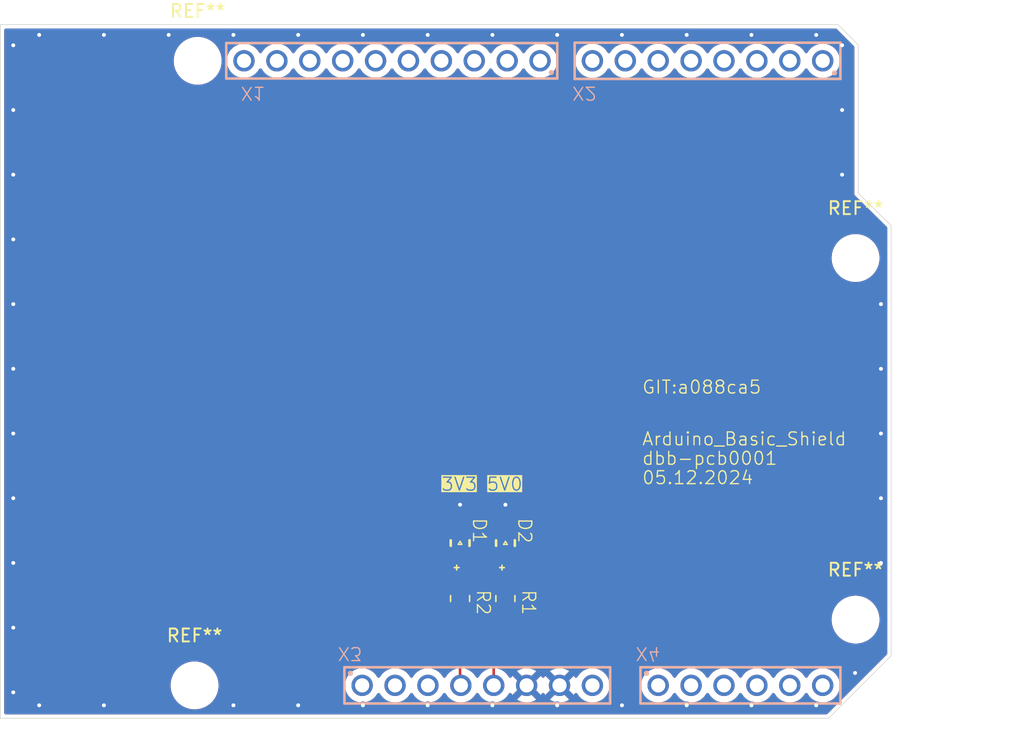
<source format=kicad_pcb>
(kicad_pcb (version 20240108) (generator "pcbnew") (generator_version "8.0")
  (layers (0 "F.Cu" signal) (31 "B.Cu" signal) (34 "B.Paste" user) (35 "F.Paste" user) (36 "B.SilkS" user "B.Silkscreen") (37 "F.SilkS" user "F.Silkscreen") (38 "B.Mask" user) (39 "F.Mask" user) (44 "Edge.Cuts" user))
  (net 0 "")
  (net 1 "GND")
  (net 2 "Net-(D1-PadA)")
  (net 3 "Net-(D2-PadA)")
  (net 4 "+5V")
  (net 5 "+3.3V")
  (footprint "Footprints:RES_0805" (layer "F.Cu") (at 139 120.75 -90)
    (property "Reference" "R1" (at 0.3 -1.8 -90) (layer "F.SilkS") (effects (font (thickness 0.1))))
    (property "Value" "~")
    (fp_line (start -0.227064 0.735) (end 0.227064 0.735) (stroke (width 0.12)) (layer "F.SilkS"))
    (fp_line (start -0.227064 -0.735) (end 0.227064 -0.735) (stroke (width 0.12)) (layer "F.SilkS"))
    (pad "1" smd roundrect (at -0.9125 0 270) (size 1.025 1.4) (layers "F.Cu" "F.Paste" "F.Mask") (roundrect_rratio 0.243902) (net 3 "Net-(D2-PadA)"))
    (pad "2" smd roundrect (at 0.9125 0 270) (size 1.025 1.4) (layers "F.Cu" "F.Paste" "F.Mask") (roundrect_rratio 0.243902) (net 4 "+5V"))
  )
  (footprint "Footprints:LED_0805" (layer "F.Cu") (at 135.5 116.5 -90)
    (property "Reference" "D1" (at -1 -1.5 -90) (layer "F.SilkS") (effects (font (thickness 0.1))))
    (property "Value" "~")
    (fp_line (start -0.246 0.72) (end 0.172 0.72) (stroke (width 0.2)) (layer "F.SilkS"))
    (fp_line (start 0.07 0.145) (end -0.17 -0.005) (stroke (width 0.1)) (layer "F.SilkS"))
    (fp_line (start -0.17 -0.005) (end 0.07 -0.145) (stroke (width 0.1)) (layer "F.SilkS"))
    (fp_line (start 0.07 -0.145) (end 0.07 0.145) (stroke (width 0.1)) (layer "F.SilkS"))
    (fp_line (start -0.253 -0.73) (end 0.179 -0.73) (stroke (width 0.2)) (layer "F.SilkS"))
    (fp_text user "+" (at 1.86 0.295 90) (layer "F.SilkS") (effects (font (size 0.48 0.48))))
    (pad "A" smd roundrect (at 1.01 -0.005 270) (size 1.1 1.2) (layers "F.Cu" "F.Paste" "F.Mask") (roundrect_rratio 0.2272727273) (net 2 "Net-(D1-PadA)"))
    (pad "K" smd roundrect (at -1.09 -0.005 270) (size 1.1 1.2) (layers "F.Cu" "F.Paste" "F.Mask") (roundrect_rratio 0.2272727273) (net 1 "GND"))
  )
  (footprint "Footprints:LED_0805" (layer "F.Cu") (at 139 116.5 -90)
    (property "Reference" "D2" (at -1 -1.5 -90) (layer "F.SilkS") (effects (font (thickness 0.1))))
    (property "Value" "~")
    (fp_line (start -0.246 0.72) (end 0.172 0.72) (stroke (width 0.2)) (layer "F.SilkS"))
    (fp_line (start 0.07 0.145) (end -0.17 -0.005) (stroke (width 0.1)) (layer "F.SilkS"))
    (fp_line (start -0.17 -0.005) (end 0.07 -0.145) (stroke (width 0.1)) (layer "F.SilkS"))
    (fp_line (start 0.07 -0.145) (end 0.07 0.145) (stroke (width 0.1)) (layer "F.SilkS"))
    (fp_line (start -0.253 -0.73) (end 0.179 -0.73) (stroke (width 0.2)) (layer "F.SilkS"))
    (fp_text user "+" (at 1.86 0.295 90) (layer "F.SilkS") (effects (font (size 0.48 0.48))))
    (pad "A" smd roundrect (at 1.01 -0.005 270) (size 1.1 1.2) (layers "F.Cu" "F.Paste" "F.Mask") (roundrect_rratio 0.2272727273) (net 3 "Net-(D2-PadA)"))
    (pad "K" smd roundrect (at -1.09 -0.005 270) (size 1.1 1.2) (layers "F.Cu" "F.Paste" "F.Mask") (roundrect_rratio 0.2272727273) (net 1 "GND"))
  )
  (footprint "MountingHole:MountingHole_3.2mm_M3_ISO7380" (layer "F.Cu") (at 115 127.46)
    (property "Reference" "REF**" (at 0 -3.85 0) (layer "F.SilkS"))
    (property "Value" "MountingHole_3.2mm_M3_ISO7380")
    (pad "" np_thru_hole circle (at 0 0) (size 3.2 3.2) (drill 3.2) (layers "*.Cu" "*.Mask"))
  )
  (footprint "Footprints:RES_0805" (layer "F.Cu") (at 135.5 120.75 -90)
    (property "Reference" "R2" (at 0.3 -1.8 -90) (layer "F.SilkS") (effects (font (thickness 0.1))))
    (property "Value" "~")
    (fp_line (start -0.227064 0.735) (end 0.227064 0.735) (stroke (width 0.12)) (layer "F.SilkS"))
    (fp_line (start -0.227064 -0.735) (end 0.227064 -0.735) (stroke (width 0.12)) (layer "F.SilkS"))
    (pad "1" smd roundrect (at -0.9125 0 270) (size 1.025 1.4) (layers "F.Cu" "F.Paste" "F.Mask") (roundrect_rratio 0.243902) (net 2 "Net-(D1-PadA)"))
    (pad "2" smd roundrect (at 0.9125 0 270) (size 1.025 1.4) (layers "F.Cu" "F.Paste" "F.Mask") (roundrect_rratio 0.243902) (net 5 "+3.3V"))
  )
  (footprint "MountingHole:MountingHole_3.2mm_M3_ISO7380" (layer "F.Cu") (at 166.04 94.44)
    (property "Reference" "REF**" (at 0 -3.85 0) (layer "F.SilkS"))
    (property "Value" "MountingHole_3.2mm_M3_ISO7380")
    (pad "" np_thru_hole circle (at 0 0) (size 3.2 3.2) (drill 3.2) (layers "*.Cu" "*.Mask"))
  )
  (footprint "MountingHole:MountingHole_3.2mm_M3_ISO7380" (layer "F.Cu") (at 115.24 79.2)
    (property "Reference" "REF**" (at 0 -3.85 0) (layer "F.SilkS"))
    (property "Value" "MountingHole_3.2mm_M3_ISO7380")
    (pad "" np_thru_hole circle (at 0 0) (size 3.2 3.2) (drill 3.2) (layers "*.Cu" "*.Mask"))
  )
  (footprint "MountingHole:MountingHole_3.2mm_M3_ISO7380" (layer "F.Cu") (at 166.04 122.38)
    (property "Reference" "REF**" (at 0 -3.85 0) (layer "F.SilkS"))
    (property "Value" "MountingHole_3.2mm_M3_ISO7380")
    (pad "" np_thru_hole circle (at 0 0) (size 3.2 3.2) (drill 3.2) (layers "*.Cu" "*.Mask"))
  )
  (footprint "Footprints:CON_61301011121" (layer "B.Cu") (at 130.226 79.2 180)
    (property "Reference" "X1" (at 10.713546 -2.505483 180) (layer "B.SilkS") (effects (font (thickness 0.1)) (justify mirror)))
    (property "Value" "~")
    (fp_line (start 12.78 1.37) (end -12.78 1.37) (stroke (width 0.2)) (layer "B.SilkS"))
    (fp_line (start 12.78 -1.37) (end 12.78 1.37) (stroke (width 0.2)) (layer "B.SilkS"))
    (fp_line (start -12.78 1.37) (end -12.78 -1.37) (stroke (width 0.2)) (layer "B.SilkS"))
    (fp_line (start -12.78 -1.37) (end 12.78 -1.37) (stroke (width 0.2)) (layer "B.SilkS"))
    (fp_circle (center -12.32 -0.9) (end -12.22 -0.9) (stroke (width 0.2)) (fill none) (layer "B.SilkS"))
    (pad "1" thru_hole circle (at -11.45 0 180) (size 1.65 1.65) (drill 1.1) (layers "*.Cu" "*.Mask"))
    (pad "2" thru_hole circle (at -8.91 0 180) (size 1.65 1.65) (drill 1.1) (layers "*.Cu" "*.Mask"))
    (pad "3" thru_hole circle (at -6.37 0 180) (size 1.65 1.65) (drill 1.1) (layers "*.Cu" "*.Mask"))
    (pad "4" thru_hole circle (at -3.83 0 180) (size 1.65 1.65) (drill 1.1) (layers "*.Cu" "*.Mask"))
    (pad "5" thru_hole circle (at -1.29 0 180) (size 1.65 1.65) (drill 1.1) (layers "*.Cu" "*.Mask"))
    (pad "6" thru_hole circle (at 1.25 0 180) (size 1.65 1.65) (drill 1.1) (layers "*.Cu" "*.Mask"))
    (pad "7" thru_hole circle (at 3.79 0 180) (size 1.65 1.65) (drill 1.1) (layers "*.Cu" "*.Mask"))
    (pad "8" thru_hole circle (at 6.33 0 180) (size 1.65 1.65) (drill 1.1) (layers "*.Cu" "*.Mask"))
    (pad "9" thru_hole circle (at 8.87 0 180) (size 1.65 1.65) (drill 1.1) (layers "*.Cu" "*.Mask"))
    (pad "10" thru_hole circle (at 11.41 0 180) (size 1.65 1.65) (drill 1.1) (layers "*.Cu" "*.Mask"))
  )
  (footprint "Footprints:CON_61300611121" (layer "B.Cu") (at 157.15 127.46)
    (property "Reference" "X4" (at -7.15 -2.46 180) (layer "B.SilkS") (effects (font (thickness 0.1)) (justify mirror)))
    (property "Value" "~")
    (fp_line (start -7.72 -1.4) (end 7.72 -1.4) (stroke (width 0.2)) (layer "B.SilkS"))
    (fp_line (start -7.72 1.4) (end -7.72 -1.4) (stroke (width 0.2)) (layer "B.SilkS"))
    (fp_line (start 7.72 -1.4) (end 7.72 1.4) (stroke (width 0.2)) (layer "B.SilkS"))
    (fp_line (start 7.72 1.4) (end -7.72 1.4) (stroke (width 0.2)) (layer "B.SilkS"))
    (fp_circle (center -7.26 -0.93) (end -7.16 -0.93) (stroke (width 0.2)) (fill none) (layer "B.SilkS"))
    (pad "1" thru_hole circle (at -6.35 0) (size 1.65 1.65) (drill 1.1) (layers "*.Cu" "*.Mask"))
    (pad "2" thru_hole circle (at -3.81 0) (size 1.65 1.65) (drill 1.1) (layers "*.Cu" "*.Mask"))
    (pad "3" thru_hole circle (at -1.27 0) (size 1.65 1.65) (drill 1.1) (layers "*.Cu" "*.Mask"))
    (pad "4" thru_hole circle (at 1.27 0) (size 1.65 1.65) (drill 1.1) (layers "*.Cu" "*.Mask"))
    (pad "5" thru_hole circle (at 3.81 0) (size 1.65 1.65) (drill 1.1) (layers "*.Cu" "*.Mask"))
    (pad "6" thru_hole circle (at 6.35 0) (size 1.65 1.65) (drill 1.1) (layers "*.Cu" "*.Mask"))
  )
  (footprint "Footprints:CON_61300811121" (layer "B.Cu") (at 136.83 127.46)
    (property "Reference" "X3" (at -9.83 -2.46 180) (layer "B.SilkS") (effects (font (thickness 0.1)) (justify mirror)))
    (property "Value" "~")
    (fp_line (start -10.26 -1.4) (end 10.26 -1.4) (stroke (width 0.2)) (layer "B.SilkS"))
    (fp_line (start -10.26 1.4) (end -10.26 -1.4) (stroke (width 0.2)) (layer "B.SilkS"))
    (fp_line (start 10.26 -1.4) (end 10.26 1.4) (stroke (width 0.2)) (layer "B.SilkS"))
    (fp_line (start 10.26 1.4) (end -10.26 1.4) (stroke (width 0.2)) (layer "B.SilkS"))
    (fp_circle (center -9.8 -0.93) (end -9.7 -0.93) (stroke (width 0.2)) (fill none) (layer "B.SilkS"))
    (pad "1" thru_hole circle (at -8.89 0) (size 1.65 1.65) (drill 1.1) (layers "*.Cu" "*.Mask"))
    (pad "2" thru_hole circle (at -6.35 0) (size 1.65 1.65) (drill 1.1) (layers "*.Cu" "*.Mask"))
    (pad "3" thru_hole circle (at -3.81 0) (size 1.65 1.65) (drill 1.1) (layers "*.Cu" "*.Mask"))
    (pad "4" thru_hole circle (at -1.27 0) (size 1.65 1.65) (drill 1.1) (layers "*.Cu" "*.Mask") (net 5 "+3.3V"))
    (pad "5" thru_hole circle (at 1.27 0) (size 1.65 1.65) (drill 1.1) (layers "*.Cu" "*.Mask") (net 4 "+5V"))
    (pad "6" thru_hole circle (at 3.81 0) (size 1.65 1.65) (drill 1.1) (layers "*.Cu" "*.Mask") (net 1 "GND"))
    (pad "7" thru_hole circle (at 6.35 0) (size 1.65 1.65) (drill 1.1) (layers "*.Cu" "*.Mask") (net 1 "GND"))
    (pad "8" thru_hole circle (at 8.89 0) (size 1.65 1.65) (drill 1.1) (layers "*.Cu" "*.Mask"))
  )
  (footprint "Footprints:CON_61300811121" (layer "B.Cu") (at 154.61 79.2 180)
    (property "Reference" "X2" (at 9.5 -2.5 180) (layer "B.SilkS") (effects (font (thickness 0.1)) (justify mirror)))
    (property "Value" "~")
    (fp_line (start 10.26 1.4) (end -10.26 1.4) (stroke (width 0.2)) (layer "B.SilkS"))
    (fp_line (start 10.26 -1.4) (end 10.26 1.4) (stroke (width 0.2)) (layer "B.SilkS"))
    (fp_line (start -10.26 1.4) (end -10.26 -1.4) (stroke (width 0.2)) (layer "B.SilkS"))
    (fp_line (start -10.26 -1.4) (end 10.26 -1.4) (stroke (width 0.2)) (layer "B.SilkS"))
    (fp_circle (center -9.8 -0.93) (end -9.7 -0.93) (stroke (width 0.2)) (fill none) (layer "B.SilkS"))
    (pad "1" thru_hole circle (at -8.89 0 180) (size 1.65 1.65) (drill 1.1) (layers "*.Cu" "*.Mask"))
    (pad "2" thru_hole circle (at -6.35 0 180) (size 1.65 1.65) (drill 1.1) (layers "*.Cu" "*.Mask"))
    (pad "3" thru_hole circle (at -3.81 0 180) (size 1.65 1.65) (drill 1.1) (layers "*.Cu" "*.Mask"))
    (pad "4" thru_hole circle (at -1.27 0 180) (size 1.65 1.65) (drill 1.1) (layers "*.Cu" "*.Mask"))
    (pad "5" thru_hole circle (at 1.27 0 180) (size 1.65 1.65) (drill 1.1) (layers "*.Cu" "*.Mask"))
    (pad "6" thru_hole circle (at 3.81 0 180) (size 1.65 1.65) (drill 1.1) (layers "*.Cu" "*.Mask"))
    (pad "7" thru_hole circle (at 6.35 0 180) (size 1.65 1.65) (drill 1.1) (layers "*.Cu" "*.Mask"))
    (pad "8" thru_hole circle (at 8.89 0 180) (size 1.65 1.65) (drill 1.1) (layers "*.Cu" "*.Mask"))
  )
  (gr_line (start 168.7846 125.17318) (end 168.7846 91.93325) (stroke (width 0.05)) (layer "Edge.Cuts"))
  (gr_line (start 100 76.406) (end 100 130) (stroke (width 0.05)) (layer "Edge.Cuts"))
  (gr_line (start 168.7846 91.93325) (end 166.24548 89.43648) (stroke (width 0.05)) (layer "Edge.Cuts"))
  (gr_line (start 166.2455 77.97491) (end 164.6766 76.406) (stroke (width 0.05)) (layer "Edge.Cuts"))
  (gr_line (start 163.95778 130) (end 168.7846 125.17318) (stroke (width 0.05)) (layer "Edge.Cuts"))
  (gr_line (start 100 130) (end 163.95778 130) (stroke (width 0.05)) (layer "Edge.Cuts"))
  (gr_line (start 164.6766 76.406) (end 100 76.406) (stroke (width 0.05)) (layer "Edge.Cuts"))
  (gr_line (start 166.24548 89.07686) (end 166.2455 77.97491) (stroke (width 0.05)) (layer "Edge.Cuts"))
  (gr_line (start 166.24548 89.43648) (end 166.24548 89.07686) (stroke (width 0.05)) (layer "Edge.Cuts"))
  (gr_text "dbb-pcb0001" (at 149.5 110.5 0) (layer "F.SilkS") (effects (font (size 1 1) (thickness 0.1)) (justify left bottom)))
  (gr_text "5V0" (at 137.5 112.5 0) (layer "F.SilkS" knockout) (effects (font (size 1 1) (thickness 0.1)) (justify left bottom)))
  (gr_text "3V3\n" (at 134 112.5 0) (layer "F.SilkS" knockout) (effects (font (size 1 1) (thickness 0.1)) (justify left bottom)))
  (gr_text "05.12.2024" (at 149.5 112 0) (layer "F.SilkS") (effects (font (size 1 1) (thickness 0.1)) (justify left bottom)))
  (gr_text "GIT:a088ca5" (at 149.5 105 0) (layer "F.SilkS") (effects (font (size 1 1) (thickness 0.1)) (justify left bottom)))
  (gr_text "Arduino_Basic_Shield" (at 149.5 109 0) (layer "F.SilkS") (effects (font (size 1 1) (thickness 0.1)) (justify left bottom)))
  (segment (start 139.005 115.41) (end 139.005 113.505) (width 0.2) (layer "F.Cu") (net 1))
  (segment (start 139.005 113.505) (end 139 113.5) (width 0.2) (layer "F.Cu") (net 1))
  (segment (start 135.505 113.505) (end 135.5 113.5) (width 0.2) (layer "F.Cu") (net 1))
  (segment (start 135.505 115.41) (end 135.505 113.505) (width 0.2) (layer "F.Cu") (net 1))
  (via (at 138 77.2) (size 0.6) (drill 0.3) (layers "F.Cu" "B.Cu") (net 1))
  (via (at 113 77.2) (size 0.6) (drill 0.3) (layers "F.Cu" "B.Cu") (net 1))
  (via (at 101 93) (size 0.6) (drill 0.3) (layers "F.Cu" "B.Cu") (net 1))
  (via (at 101 98) (size 0.6) (drill 0.3) (layers "F.Cu" "B.Cu") (net 1))
  (via (at 135.5 113.5) (size 0.6) (drill 0.3) (layers "F.Cu" "B.Cu") (net 1))
  (via (at 101 113) (size 0.6) (drill 0.3) (layers "F.Cu" "B.Cu") (net 1))
  (via (at 118 77.2) (size 0.6) (drill 0.3) (layers "F.Cu" "B.Cu") (net 1))
  (via (at 166 126.5) (size 0.6) (drill 0.3) (layers "F.Cu" "B.Cu") (net 1))
  (via (at 148 77.2) (size 0.6) (drill 0.3) (layers "F.Cu" "B.Cu") (net 1))
  (via (at 128 129) (size 0.6) (drill 0.3) (layers "F.Cu" "B.Cu") (net 1))
  (via (at 139 113.5) (size 0.6) (drill 0.3) (layers "F.Cu" "B.Cu") (net 1))
  (via (at 133 129) (size 0.6) (drill 0.3) (layers "F.Cu" "B.Cu") (net 1))
  (via (at 165 83) (size 0.6) (drill 0.3) (layers "F.Cu" "B.Cu") (net 1))
  (via (at 123 77.2) (size 0.6) (drill 0.3) (layers "F.Cu" "B.Cu") (net 1))
  (via (at 108 129) (size 0.6) (drill 0.3) (layers "F.Cu" "B.Cu") (net 1))
  (via (at 148 129) (size 0.6) (drill 0.3) (layers "F.Cu" "B.Cu") (net 1))
  (via (at 138 129) (size 0.6) (drill 0.3) (layers "F.Cu" "B.Cu") (net 1))
  (via (at 153 129) (size 0.6) (drill 0.3) (layers "F.Cu" "B.Cu") (net 1))
  (via (at 163 77.2) (size 0.6) (drill 0.3) (layers "F.Cu" "B.Cu") (net 1))
  (via (at 101 118) (size 0.6) (drill 0.3) (layers "F.Cu" "B.Cu") (net 1))
  (via (at 101 123) (size 0.6) (drill 0.3) (layers "F.Cu" "B.Cu") (net 1))
  (via (at 101 83) (size 0.6) (drill 0.3) (layers "F.Cu" "B.Cu") (net 1))
  (via (at 158 129) (size 0.6) (drill 0.3) (layers "F.Cu" "B.Cu") (net 1))
  (via (at 168 118) (size 0.6) (drill 0.3) (layers "F.Cu" "B.Cu") (net 1))
  (via (at 101 88) (size 0.6) (drill 0.3) (layers "F.Cu" "B.Cu") (net 1))
  (via (at 101 128) (size 0.6) (drill 0.3) (layers "F.Cu" "B.Cu") (net 1))
  (via (at 143 129) (size 0.6) (drill 0.3) (layers "F.Cu" "B.Cu") (net 1))
  (via (at 168 103) (size 0.6) (drill 0.3) (layers "F.Cu" "B.Cu") (net 1))
  (via (at 118 129) (size 0.6) (drill 0.3) (layers "F.Cu" "B.Cu") (net 1))
  (via (at 168 108) (size 0.6) (drill 0.3) (layers "F.Cu" "B.Cu") (net 1))
  (via (at 101 103) (size 0.6) (drill 0.3) (layers "F.Cu" "B.Cu") (net 1))
  (via (at 133 77.2) (size 0.6) (drill 0.3) (layers "F.Cu" "B.Cu") (net 1))
  (via (at 163 129) (size 0.6) (drill 0.3) (layers "F.Cu" "B.Cu") (net 1))
  (via (at 168 113) (size 0.6) (drill 0.3) (layers "F.Cu" "B.Cu") (net 1))
  (via (at 143 77.2) (size 0.6) (drill 0.3) (layers "F.Cu" "B.Cu") (net 1))
  (via (at 165 88) (size 0.6) (drill 0.3) (layers "F.Cu" "B.Cu") (net 1))
  (via (at 165 78) (size 0.6) (drill 0.3) (layers "F.Cu" "B.Cu") (net 1))
  (via (at 158 77.2) (size 0.6) (drill 0.3) (layers "F.Cu" "B.Cu") (net 1))
  (via (at 103 129) (size 0.6) (drill 0.3) (layers "F.Cu" "B.Cu") (net 1))
  (via (at 123 129) (size 0.6) (drill 0.3) (layers "F.Cu" "B.Cu") (net 1))
  (via (at 108 77.2) (size 0.6) (drill 0.3) (layers "F.Cu" "B.Cu") (net 1))
  (via (at 101 78) (size 0.6) (drill 0.3) (layers "F.Cu" "B.Cu") (net 1))
  (via (at 101 108) (size 0.6) (drill 0.3) (layers "F.Cu" "B.Cu") (net 1))
  (via (at 168 98) (size 0.6) (drill 0.3) (layers "F.Cu" "B.Cu") (net 1))
  (via (at 103 77.2) (size 0.6) (drill 0.3) (layers "F.Cu" "B.Cu") (net 1))
  (via (at 128 77.2) (size 0.6) (drill 0.3) (layers "F.Cu" "B.Cu") (net 1))
  (via (at 153 77.2) (size 0.6) (drill 0.3) (layers "F.Cu" "B.Cu") (net 1))
  (segment (start 135.505 120.0825) (end 135.5 120.0875) (width 0.2) (layer "F.Cu") (net 2))
  (segment (start 135.505 117.51) (end 135.505 120.0825) (width 0.2) (layer "F.Cu") (net 2))
  (segment (start 139 120.0875) (end 139 117.515) (width 0.2) (layer "F.Cu") (net 3))
  (segment (start 139 117.515) (end 139.005 117.51) (width 0.2) (layer "F.Cu") (net 3))
  (segment (start 139 124) (end 139 121.9125) (width 0.2) (layer "F.Cu") (net 4))
  (segment (start 138.1 127.46) (end 138.1 124.9) (width 0.2) (layer "F.Cu") (net 4))
  (segment (start 138.1 124.9) (end 139 124) (width 0.2) (layer "F.Cu") (net 4))
  (segment (start 135.5 121.9125) (end 135.5 127.4) (width 0.2) (layer "F.Cu") (net 5))
  (segment (start 135.5 127.4) (end 135.56 127.46) (width 0.2) (layer "F.Cu") (net 5))
  (zone (net 1) (net_name "GND") (layers "F&B.Cu") (connect_pads (clearance 0.5)) (min_thickness 0.25) (fill yes (thermal_gap 0.5) (thermal_bridge_width 0.5))
    (polygon (pts (xy 100 76.4) (xy 164.6 76.4) (xy 166.3 78) (xy 166.3 89.5) (xy 168.8 92) (xy 168.8 125.2) (xy 164 130) (xy 100 130)))
  )
)
</source>
